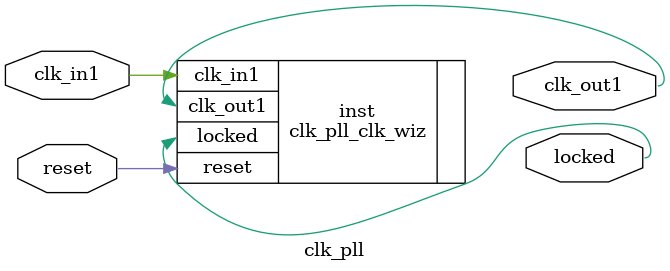
<source format=v>


`timescale 1ps/1ps

(* CORE_GENERATION_INFO = "clk_pll,clk_wiz_v6_0_1_0_0,{component_name=clk_pll,use_phase_alignment=true,use_min_o_jitter=false,use_max_i_jitter=false,use_dyn_phase_shift=false,use_inclk_switchover=false,use_dyn_reconfig=false,enable_axi=0,feedback_source=FDBK_AUTO,PRIMITIVE=MMCM,num_out_clk=1,clkin1_period=10.000,clkin2_period=10.000,use_power_down=false,use_reset=true,use_locked=true,use_inclk_stopped=false,feedback_type=SINGLE,CLOCK_MGR_TYPE=NA,manual_override=false}" *)

module clk_pll 
 (
  // Clock out ports
  output        clk_out1,
  // Status and control signals
  input         reset,
  output        locked,
 // Clock in ports
  input         clk_in1
 );

  clk_pll_clk_wiz inst
  (
  // Clock out ports  
  .clk_out1(clk_out1),
  // Status and control signals               
  .reset(reset), 
  .locked(locked),
 // Clock in ports
  .clk_in1(clk_in1)
  );

endmodule

</source>
